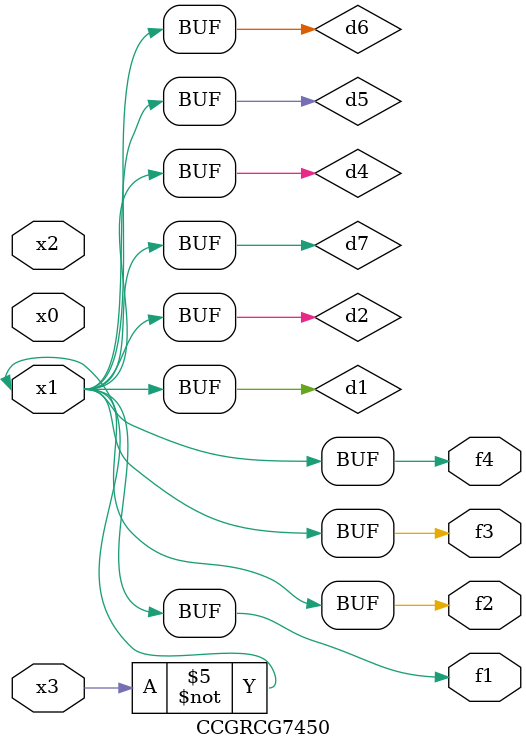
<source format=v>
module CCGRCG7450(
	input x0, x1, x2, x3,
	output f1, f2, f3, f4
);

	wire d1, d2, d3, d4, d5, d6, d7;

	not (d1, x3);
	buf (d2, x1);
	xnor (d3, d1, d2);
	nor (d4, d1);
	buf (d5, d1, d2);
	buf (d6, d4, d5);
	nand (d7, d4);
	assign f1 = d6;
	assign f2 = d7;
	assign f3 = d6;
	assign f4 = d6;
endmodule

</source>
